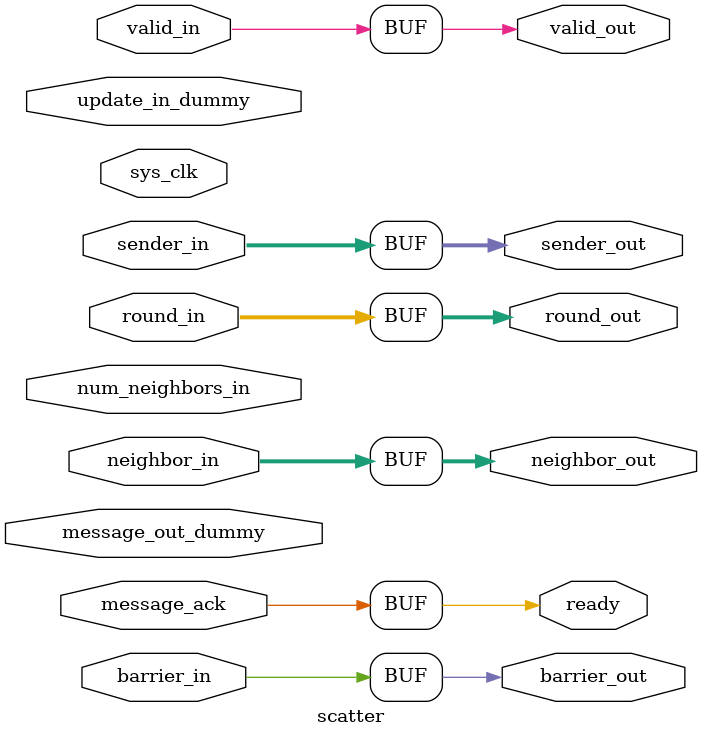
<source format=v>
/* Machine-generated using Migen */
module scatter(
	input update_in_dummy,
	input [31:0] num_neighbors_in,
	input [31:0] neighbor_in,
	input [31:0] sender_in,
	input [1:0] round_in,
	input barrier_in,
	input valid_in,
	output ready,
	input message_out_dummy,
	output [31:0] neighbor_out,
	output [31:0] sender_out,
	output [1:0] round_out,
	output valid_out,
	input message_ack,
	output barrier_out,
	input sys_clk//,
	//input sys_rst
);



// Adding a dummy event (using a dummy signal 'dummy_s') to get the simulator
// to run the combinatorial process once at the beginning.
// synthesis translate_off
reg dummy_s;
initial dummy_s <= 1'd0;
// synthesis translate_on

assign neighbor_out = neighbor_in;
assign sender_out = sender_in;
assign round_out = round_in;
assign valid_out = valid_in;
assign barrier_out = barrier_in;
assign ready = message_ack;

endmodule

</source>
